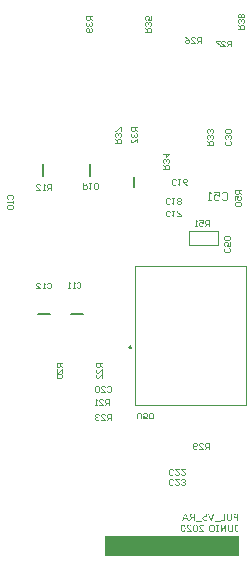
<source format=gbo>
G04 Layer_Color=32896*
%FSLAX24Y24*%
%MOIN*%
G70*
G01*
G75*
%ADD59C,0.0060*%
%ADD61C,0.0080*%
%ADD63C,0.0039*%
%ADD100R,0.4490X0.0700*%
G36*
X2564Y-6004D02*
X2535D01*
Y-5794D01*
X2423Y-6004D01*
X2384D01*
Y-5769D01*
X2413D01*
Y-5961D01*
X2515Y-5769D01*
X2564D01*
Y-6004D01*
D02*
G37*
G36*
X2804Y-5910D02*
X2804Y-5919D01*
X2804Y-5928D01*
X2802Y-5936D01*
X2801Y-5942D01*
X2801Y-5948D01*
X2800Y-5950D01*
X2800Y-5952D01*
X2799Y-5953D01*
Y-5954D01*
X2799Y-5954D01*
Y-5955D01*
X2796Y-5961D01*
X2794Y-5967D01*
X2790Y-5973D01*
X2788Y-5977D01*
X2785Y-5981D01*
X2782Y-5984D01*
X2781Y-5985D01*
X2780Y-5986D01*
X2776Y-5990D01*
X2772Y-5993D01*
X2767Y-5996D01*
X2762Y-5998D01*
X2759Y-6000D01*
X2756Y-6002D01*
X2754Y-6002D01*
X2753Y-6003D01*
X2746Y-6005D01*
X2740Y-6006D01*
X2733Y-6007D01*
X2727Y-6008D01*
X2722Y-6008D01*
X2718Y-6009D01*
X2714D01*
X2706Y-6008D01*
X2699Y-6008D01*
X2693Y-6007D01*
X2687Y-6006D01*
X2682Y-6005D01*
X2679Y-6004D01*
X2677Y-6004D01*
X2676Y-6003D01*
X2670Y-6001D01*
X2665Y-5998D01*
X2660Y-5995D01*
X2656Y-5992D01*
X2652Y-5990D01*
X2650Y-5988D01*
X2648Y-5986D01*
X2648Y-5986D01*
X2643Y-5981D01*
X2639Y-5976D01*
X2636Y-5970D01*
X2634Y-5965D01*
X2632Y-5961D01*
X2630Y-5958D01*
X2630Y-5956D01*
X2630Y-5955D01*
X2629Y-5955D01*
Y-5954D01*
X2627Y-5947D01*
X2626Y-5939D01*
X2625Y-5932D01*
X2624Y-5925D01*
X2624Y-5919D01*
X2623Y-5916D01*
Y-5914D01*
Y-5912D01*
Y-5911D01*
Y-5910D01*
Y-5910D01*
Y-5769D01*
X2655D01*
Y-5912D01*
Y-5918D01*
X2655Y-5923D01*
X2655Y-5929D01*
X2656Y-5933D01*
X2656Y-5936D01*
X2657Y-5938D01*
X2658Y-5940D01*
Y-5941D01*
X2659Y-5945D01*
X2660Y-5949D01*
X2662Y-5952D01*
X2663Y-5955D01*
X2664Y-5958D01*
X2665Y-5960D01*
X2666Y-5961D01*
X2666Y-5961D01*
X2669Y-5965D01*
X2672Y-5968D01*
X2675Y-5971D01*
X2678Y-5973D01*
X2681Y-5974D01*
X2683Y-5976D01*
X2685Y-5976D01*
X2685Y-5977D01*
X2690Y-5978D01*
X2695Y-5980D01*
X2699Y-5981D01*
X2704Y-5981D01*
X2708Y-5981D01*
X2711Y-5982D01*
X2714D01*
X2720Y-5981D01*
X2726Y-5981D01*
X2730Y-5980D01*
X2735Y-5979D01*
X2738Y-5978D01*
X2741Y-5977D01*
X2742Y-5977D01*
X2743Y-5977D01*
X2747Y-5974D01*
X2751Y-5972D01*
X2754Y-5970D01*
X2757Y-5967D01*
X2759Y-5965D01*
X2760Y-5963D01*
X2761Y-5962D01*
X2762Y-5961D01*
X2766Y-5954D01*
X2767Y-5951D01*
X2768Y-5948D01*
X2769Y-5945D01*
X2770Y-5943D01*
X2770Y-5942D01*
Y-5941D01*
X2771Y-5937D01*
X2772Y-5932D01*
X2772Y-5927D01*
X2773Y-5922D01*
X2773Y-5918D01*
Y-5914D01*
Y-5913D01*
Y-5912D01*
Y-5911D01*
Y-5911D01*
Y-5769D01*
X2804D01*
Y-5910D01*
D02*
G37*
G36*
X1346Y-5764D02*
X1353Y-5765D01*
X1359Y-5766D01*
X1365Y-5766D01*
X1369Y-5767D01*
X1373Y-5768D01*
X1374Y-5768D01*
X1376D01*
X1376Y-5769D01*
X1376D01*
X1383Y-5771D01*
X1389Y-5772D01*
X1394Y-5774D01*
X1398Y-5776D01*
X1401Y-5777D01*
X1404Y-5778D01*
X1405Y-5779D01*
X1406Y-5779D01*
Y-5812D01*
X1404D01*
X1399Y-5808D01*
X1392Y-5806D01*
X1387Y-5803D01*
X1382Y-5800D01*
X1378Y-5799D01*
X1375Y-5798D01*
X1373Y-5797D01*
X1372Y-5797D01*
X1366Y-5795D01*
X1360Y-5794D01*
X1355Y-5793D01*
X1350Y-5792D01*
X1346Y-5792D01*
X1343Y-5791D01*
X1341D01*
X1333Y-5792D01*
X1326Y-5793D01*
X1321Y-5795D01*
X1316Y-5796D01*
X1312Y-5799D01*
X1309Y-5800D01*
X1308Y-5802D01*
X1307Y-5802D01*
X1303Y-5806D01*
X1300Y-5811D01*
X1298Y-5815D01*
X1296Y-5820D01*
X1295Y-5824D01*
X1295Y-5827D01*
Y-5830D01*
Y-5830D01*
Y-5830D01*
X1295Y-5838D01*
X1297Y-5845D01*
X1298Y-5851D01*
X1300Y-5857D01*
X1302Y-5861D01*
X1304Y-5865D01*
X1305Y-5866D01*
X1306Y-5867D01*
X1306Y-5867D01*
Y-5868D01*
X1308Y-5871D01*
X1311Y-5875D01*
X1317Y-5882D01*
X1324Y-5890D01*
X1331Y-5898D01*
X1337Y-5904D01*
X1340Y-5907D01*
X1343Y-5910D01*
X1345Y-5911D01*
X1346Y-5913D01*
X1347Y-5914D01*
X1348Y-5914D01*
X1358Y-5925D01*
X1364Y-5929D01*
X1369Y-5934D01*
X1373Y-5937D01*
X1376Y-5940D01*
X1378Y-5942D01*
X1378Y-5942D01*
X1379D01*
X1385Y-5948D01*
X1391Y-5953D01*
X1396Y-5958D01*
X1401Y-5962D01*
X1405Y-5966D01*
X1409Y-5968D01*
X1411Y-5970D01*
X1411Y-5971D01*
X1412D01*
Y-6004D01*
X1253D01*
Y-5977D01*
X1379D01*
X1367Y-5967D01*
X1362Y-5962D01*
X1357Y-5957D01*
X1352Y-5954D01*
X1349Y-5951D01*
X1346Y-5949D01*
X1346Y-5948D01*
X1346D01*
X1339Y-5942D01*
X1333Y-5937D01*
X1327Y-5931D01*
X1321Y-5926D01*
X1317Y-5922D01*
X1314Y-5919D01*
X1312Y-5917D01*
X1311Y-5916D01*
X1306Y-5912D01*
X1303Y-5908D01*
X1300Y-5904D01*
X1296Y-5901D01*
X1294Y-5899D01*
X1292Y-5897D01*
X1291Y-5895D01*
X1291Y-5895D01*
X1285Y-5888D01*
X1282Y-5885D01*
X1280Y-5882D01*
X1279Y-5879D01*
X1277Y-5878D01*
X1277Y-5876D01*
X1276Y-5876D01*
X1272Y-5868D01*
X1270Y-5864D01*
X1269Y-5861D01*
X1268Y-5858D01*
X1267Y-5856D01*
X1266Y-5854D01*
Y-5854D01*
X1264Y-5845D01*
X1263Y-5841D01*
X1263Y-5837D01*
X1263Y-5834D01*
Y-5831D01*
Y-5830D01*
Y-5829D01*
X1263Y-5823D01*
X1263Y-5818D01*
X1265Y-5814D01*
X1266Y-5809D01*
X1269Y-5801D01*
X1273Y-5794D01*
X1275Y-5791D01*
X1277Y-5788D01*
X1279Y-5787D01*
X1280Y-5785D01*
X1282Y-5783D01*
X1283Y-5782D01*
X1283Y-5782D01*
X1283Y-5782D01*
X1287Y-5779D01*
X1292Y-5776D01*
X1301Y-5771D01*
X1310Y-5768D01*
X1319Y-5766D01*
X1324Y-5766D01*
X1328Y-5765D01*
X1331Y-5764D01*
X1334D01*
X1336Y-5764D01*
X1340D01*
X1346Y-5764D01*
D02*
G37*
G36*
X1750Y-5677D02*
X1543D01*
Y-5658D01*
X1750D01*
Y-5677D01*
D02*
G37*
G36*
X1758Y-5764D02*
X1764Y-5765D01*
X1771Y-5766D01*
X1776Y-5766D01*
X1781Y-5767D01*
X1784Y-5768D01*
X1786Y-5768D01*
X1787D01*
X1787Y-5769D01*
X1788D01*
X1794Y-5771D01*
X1800Y-5772D01*
X1805Y-5774D01*
X1809Y-5776D01*
X1813Y-5777D01*
X1815Y-5778D01*
X1817Y-5779D01*
X1817Y-5779D01*
Y-5812D01*
X1816D01*
X1810Y-5808D01*
X1804Y-5806D01*
X1798Y-5803D01*
X1793Y-5800D01*
X1789Y-5799D01*
X1786Y-5798D01*
X1784Y-5797D01*
X1783Y-5797D01*
X1777Y-5795D01*
X1771Y-5794D01*
X1766Y-5793D01*
X1761Y-5792D01*
X1757Y-5792D01*
X1754Y-5791D01*
X1752D01*
X1744Y-5792D01*
X1738Y-5793D01*
X1732Y-5795D01*
X1727Y-5796D01*
X1724Y-5799D01*
X1721Y-5800D01*
X1719Y-5802D01*
X1718Y-5802D01*
X1714Y-5806D01*
X1711Y-5811D01*
X1709Y-5815D01*
X1708Y-5820D01*
X1707Y-5824D01*
X1706Y-5827D01*
Y-5830D01*
Y-5830D01*
Y-5830D01*
X1706Y-5838D01*
X1708Y-5845D01*
X1710Y-5851D01*
X1712Y-5857D01*
X1714Y-5861D01*
X1716Y-5865D01*
X1716Y-5866D01*
X1717Y-5867D01*
X1717Y-5867D01*
Y-5868D01*
X1720Y-5871D01*
X1722Y-5875D01*
X1729Y-5882D01*
X1736Y-5890D01*
X1742Y-5898D01*
X1749Y-5904D01*
X1752Y-5907D01*
X1754Y-5910D01*
X1756Y-5911D01*
X1757Y-5913D01*
X1759Y-5914D01*
X1759Y-5914D01*
X1770Y-5925D01*
X1775Y-5929D01*
X1780Y-5934D01*
X1784Y-5937D01*
X1787Y-5940D01*
X1789Y-5942D01*
X1790Y-5942D01*
X1790D01*
X1796Y-5948D01*
X1802Y-5953D01*
X1808Y-5958D01*
X1813Y-5962D01*
X1817Y-5966D01*
X1820Y-5968D01*
X1822Y-5970D01*
X1823Y-5971D01*
X1823D01*
Y-6004D01*
X1664D01*
Y-5977D01*
X1791D01*
X1779Y-5967D01*
X1773Y-5962D01*
X1768Y-5957D01*
X1764Y-5954D01*
X1760Y-5951D01*
X1758Y-5949D01*
X1757Y-5948D01*
X1757D01*
X1750Y-5942D01*
X1744Y-5937D01*
X1738Y-5931D01*
X1733Y-5926D01*
X1728Y-5922D01*
X1725Y-5919D01*
X1723Y-5917D01*
X1722Y-5916D01*
X1718Y-5912D01*
X1714Y-5908D01*
X1711Y-5904D01*
X1708Y-5901D01*
X1705Y-5899D01*
X1704Y-5897D01*
X1702Y-5895D01*
X1702Y-5895D01*
X1696Y-5888D01*
X1694Y-5885D01*
X1692Y-5882D01*
X1690Y-5879D01*
X1689Y-5878D01*
X1688Y-5876D01*
X1688Y-5876D01*
X1683Y-5868D01*
X1682Y-5864D01*
X1680Y-5861D01*
X1679Y-5858D01*
X1678Y-5856D01*
X1678Y-5854D01*
Y-5854D01*
X1676Y-5845D01*
X1675Y-5841D01*
X1674Y-5837D01*
X1674Y-5834D01*
Y-5831D01*
Y-5830D01*
Y-5829D01*
X1674Y-5823D01*
X1675Y-5818D01*
X1676Y-5814D01*
X1677Y-5809D01*
X1681Y-5801D01*
X1684Y-5794D01*
X1686Y-5791D01*
X1688Y-5788D01*
X1690Y-5787D01*
X1692Y-5785D01*
X1693Y-5783D01*
X1694Y-5782D01*
X1694Y-5782D01*
X1695Y-5782D01*
X1699Y-5779D01*
X1703Y-5776D01*
X1712Y-5771D01*
X1722Y-5768D01*
X1730Y-5766D01*
X1735Y-5766D01*
X1739Y-5765D01*
X1742Y-5764D01*
X1745D01*
X1748Y-5764D01*
X1751D01*
X1758Y-5764D01*
D02*
G37*
G36*
X1548D02*
X1555Y-5766D01*
X1561Y-5767D01*
X1567Y-5769D01*
X1573Y-5771D01*
X1578Y-5774D01*
X1582Y-5776D01*
X1587Y-5779D01*
X1590Y-5782D01*
X1593Y-5785D01*
X1596Y-5787D01*
X1598Y-5790D01*
X1599Y-5791D01*
X1601Y-5793D01*
X1601Y-5794D01*
X1602Y-5794D01*
X1605Y-5800D01*
X1608Y-5807D01*
X1611Y-5814D01*
X1613Y-5821D01*
X1617Y-5836D01*
X1619Y-5852D01*
X1619Y-5859D01*
X1620Y-5865D01*
X1621Y-5871D01*
X1621Y-5877D01*
X1621Y-5881D01*
Y-5884D01*
Y-5886D01*
Y-5886D01*
Y-5887D01*
X1621Y-5898D01*
X1621Y-5909D01*
X1619Y-5918D01*
X1618Y-5928D01*
X1617Y-5936D01*
X1615Y-5943D01*
X1613Y-5950D01*
X1611Y-5956D01*
X1610Y-5961D01*
X1608Y-5966D01*
X1606Y-5970D01*
X1605Y-5973D01*
X1604Y-5976D01*
X1603Y-5977D01*
X1602Y-5978D01*
X1602Y-5979D01*
X1598Y-5984D01*
X1594Y-5989D01*
X1589Y-5993D01*
X1584Y-5996D01*
X1579Y-5999D01*
X1574Y-6001D01*
X1568Y-6003D01*
X1564Y-6005D01*
X1559Y-6006D01*
X1555Y-6007D01*
X1551Y-6008D01*
X1547Y-6008D01*
X1544D01*
X1542Y-6009D01*
X1540D01*
X1532Y-6008D01*
X1526Y-6007D01*
X1519Y-6006D01*
X1513Y-6004D01*
X1507Y-6002D01*
X1502Y-5999D01*
X1498Y-5997D01*
X1494Y-5994D01*
X1490Y-5991D01*
X1487Y-5989D01*
X1484Y-5986D01*
X1482Y-5984D01*
X1481Y-5982D01*
X1480Y-5980D01*
X1479Y-5980D01*
X1479Y-5979D01*
X1475Y-5973D01*
X1472Y-5967D01*
X1469Y-5960D01*
X1467Y-5952D01*
X1463Y-5937D01*
X1461Y-5922D01*
X1460Y-5915D01*
X1460Y-5908D01*
X1459Y-5902D01*
X1459Y-5897D01*
X1459Y-5893D01*
Y-5889D01*
Y-5887D01*
Y-5886D01*
X1459Y-5875D01*
X1459Y-5865D01*
X1460Y-5855D01*
X1461Y-5846D01*
X1463Y-5838D01*
X1465Y-5830D01*
X1467Y-5823D01*
X1468Y-5818D01*
X1470Y-5812D01*
X1472Y-5807D01*
X1473Y-5803D01*
X1475Y-5800D01*
X1476Y-5798D01*
X1477Y-5796D01*
X1478Y-5795D01*
X1478Y-5795D01*
X1482Y-5789D01*
X1487Y-5784D01*
X1491Y-5780D01*
X1496Y-5777D01*
X1501Y-5774D01*
X1506Y-5771D01*
X1512Y-5770D01*
X1516Y-5768D01*
X1521Y-5767D01*
X1526Y-5766D01*
X1530Y-5765D01*
X1533Y-5764D01*
X1536D01*
X1538Y-5764D01*
X1540D01*
X1548Y-5764D01*
D02*
G37*
G36*
X1136D02*
X1143Y-5766D01*
X1150Y-5767D01*
X1156Y-5769D01*
X1162Y-5771D01*
X1167Y-5774D01*
X1171Y-5776D01*
X1175Y-5779D01*
X1179Y-5782D01*
X1182Y-5785D01*
X1184Y-5787D01*
X1187Y-5790D01*
X1188Y-5791D01*
X1189Y-5793D01*
X1190Y-5794D01*
X1190Y-5794D01*
X1194Y-5800D01*
X1197Y-5807D01*
X1199Y-5814D01*
X1202Y-5821D01*
X1205Y-5836D01*
X1207Y-5852D01*
X1208Y-5859D01*
X1209Y-5865D01*
X1209Y-5871D01*
X1210Y-5877D01*
X1210Y-5881D01*
Y-5884D01*
Y-5886D01*
Y-5886D01*
Y-5887D01*
X1210Y-5898D01*
X1209Y-5909D01*
X1208Y-5918D01*
X1207Y-5928D01*
X1206Y-5936D01*
X1204Y-5943D01*
X1202Y-5950D01*
X1200Y-5956D01*
X1199Y-5961D01*
X1197Y-5966D01*
X1195Y-5970D01*
X1194Y-5973D01*
X1192Y-5976D01*
X1191Y-5977D01*
X1191Y-5978D01*
X1191Y-5979D01*
X1187Y-5984D01*
X1182Y-5989D01*
X1178Y-5993D01*
X1173Y-5996D01*
X1168Y-5999D01*
X1162Y-6001D01*
X1157Y-6003D01*
X1152Y-6005D01*
X1148Y-6006D01*
X1143Y-6007D01*
X1139Y-6008D01*
X1136Y-6008D01*
X1133D01*
X1131Y-6009D01*
X1129D01*
X1121Y-6008D01*
X1114Y-6007D01*
X1108Y-6006D01*
X1101Y-6004D01*
X1096Y-6002D01*
X1091Y-5999D01*
X1086Y-5997D01*
X1082Y-5994D01*
X1079Y-5991D01*
X1076Y-5989D01*
X1073Y-5986D01*
X1071Y-5984D01*
X1069Y-5982D01*
X1068Y-5980D01*
X1068Y-5980D01*
X1067Y-5979D01*
X1064Y-5973D01*
X1061Y-5967D01*
X1058Y-5960D01*
X1056Y-5952D01*
X1052Y-5937D01*
X1050Y-5922D01*
X1049Y-5915D01*
X1048Y-5908D01*
X1048Y-5902D01*
X1048Y-5897D01*
X1047Y-5893D01*
Y-5889D01*
Y-5887D01*
Y-5886D01*
X1048Y-5875D01*
X1048Y-5865D01*
X1049Y-5855D01*
X1050Y-5846D01*
X1052Y-5838D01*
X1053Y-5830D01*
X1055Y-5823D01*
X1057Y-5818D01*
X1059Y-5812D01*
X1061Y-5807D01*
X1062Y-5803D01*
X1064Y-5800D01*
X1065Y-5798D01*
X1066Y-5796D01*
X1067Y-5795D01*
X1067Y-5795D01*
X1071Y-5789D01*
X1075Y-5784D01*
X1080Y-5780D01*
X1085Y-5777D01*
X1090Y-5774D01*
X1095Y-5771D01*
X1100Y-5770D01*
X1105Y-5768D01*
X1110Y-5767D01*
X1114Y-5766D01*
X1118Y-5765D01*
X1122Y-5764D01*
X1125D01*
X1127Y-5764D01*
X1129D01*
X1136Y-5764D01*
D02*
G37*
G36*
X2099D02*
X2107Y-5766D01*
X2115Y-5767D01*
X2121Y-5768D01*
X2127Y-5770D01*
X2129Y-5771D01*
X2131Y-5771D01*
X2133Y-5772D01*
X2134Y-5772D01*
X2135Y-5772D01*
X2135D01*
X2142Y-5776D01*
X2149Y-5780D01*
X2155Y-5784D01*
X2160Y-5787D01*
X2164Y-5791D01*
X2167Y-5794D01*
X2169Y-5795D01*
X2169Y-5796D01*
X2175Y-5803D01*
X2179Y-5809D01*
X2183Y-5816D01*
X2186Y-5822D01*
X2188Y-5827D01*
X2189Y-5830D01*
X2190Y-5831D01*
X2191Y-5833D01*
X2191Y-5834D01*
X2192Y-5835D01*
Y-5835D01*
X2194Y-5844D01*
X2196Y-5853D01*
X2197Y-5862D01*
X2198Y-5870D01*
X2198Y-5873D01*
X2199Y-5877D01*
Y-5879D01*
X2199Y-5882D01*
Y-5884D01*
Y-5885D01*
Y-5886D01*
Y-5887D01*
X2199Y-5897D01*
X2198Y-5907D01*
X2196Y-5916D01*
X2195Y-5923D01*
X2195Y-5927D01*
X2194Y-5930D01*
X2193Y-5933D01*
X2192Y-5935D01*
X2192Y-5937D01*
X2192Y-5938D01*
X2191Y-5938D01*
Y-5939D01*
X2188Y-5947D01*
X2185Y-5954D01*
X2181Y-5961D01*
X2177Y-5966D01*
X2174Y-5971D01*
X2172Y-5974D01*
X2170Y-5976D01*
X2169Y-5977D01*
Y-5977D01*
X2164Y-5982D01*
X2158Y-5987D01*
X2152Y-5991D01*
X2147Y-5994D01*
X2142Y-5997D01*
X2138Y-5999D01*
X2137Y-6000D01*
X2136Y-6000D01*
X2135Y-6001D01*
X2135D01*
X2127Y-6003D01*
X2119Y-6005D01*
X2112Y-6007D01*
X2105Y-6008D01*
X2098Y-6008D01*
X2096D01*
X2094Y-6009D01*
X2090D01*
X2081Y-6008D01*
X2072Y-6008D01*
X2064Y-6006D01*
X2058Y-6005D01*
X2052Y-6003D01*
X2050Y-6002D01*
X2048Y-6002D01*
X2046Y-6001D01*
X2045Y-6001D01*
X2045Y-6001D01*
X2045D01*
X2037Y-5997D01*
X2031Y-5994D01*
X2025Y-5990D01*
X2020Y-5986D01*
X2016Y-5982D01*
X2013Y-5980D01*
X2011Y-5978D01*
X2010Y-5977D01*
X2005Y-5971D01*
X2001Y-5965D01*
X1997Y-5958D01*
X1994Y-5952D01*
X1991Y-5947D01*
X1990Y-5942D01*
X1989Y-5941D01*
X1989Y-5940D01*
X1988Y-5939D01*
Y-5939D01*
X1986Y-5930D01*
X1983Y-5921D01*
X1982Y-5912D01*
X1981Y-5904D01*
X1981Y-5900D01*
X1981Y-5897D01*
Y-5894D01*
X1980Y-5891D01*
Y-5890D01*
Y-5888D01*
Y-5887D01*
Y-5887D01*
X1981Y-5876D01*
X1981Y-5866D01*
X1983Y-5858D01*
X1984Y-5850D01*
X1985Y-5846D01*
X1986Y-5843D01*
X1986Y-5841D01*
X1987Y-5839D01*
X1987Y-5837D01*
X1988Y-5836D01*
X1988Y-5835D01*
Y-5835D01*
X1991Y-5826D01*
X1995Y-5819D01*
X1998Y-5812D01*
X2002Y-5807D01*
X2005Y-5802D01*
X2008Y-5799D01*
X2009Y-5797D01*
X2010Y-5796D01*
X2015Y-5791D01*
X2021Y-5786D01*
X2027Y-5782D01*
X2033Y-5779D01*
X2037Y-5776D01*
X2041Y-5774D01*
X2043Y-5773D01*
X2044Y-5773D01*
X2044Y-5772D01*
X2045D01*
X2052Y-5770D01*
X2060Y-5768D01*
X2068Y-5766D01*
X2075Y-5765D01*
X2081Y-5764D01*
X2083D01*
X2085Y-5764D01*
X2090D01*
X2099Y-5764D01*
D02*
G37*
G36*
X2332Y-5793D02*
X2301D01*
Y-5980D01*
X2332D01*
Y-6004D01*
X2239D01*
Y-5980D01*
X2270D01*
Y-5793D01*
X2239D01*
Y-5769D01*
X2332D01*
Y-5793D01*
D02*
G37*
G36*
X2943Y-5794D02*
X2893D01*
Y-5931D01*
Y-5936D01*
X2893Y-5940D01*
Y-5943D01*
X2893Y-5946D01*
X2894Y-5949D01*
Y-5951D01*
X2894Y-5952D01*
Y-5952D01*
X2896Y-5958D01*
X2896Y-5961D01*
X2897Y-5963D01*
X2898Y-5965D01*
X2899Y-5966D01*
X2899Y-5967D01*
X2900Y-5968D01*
X2901Y-5970D01*
X2903Y-5972D01*
X2908Y-5974D01*
X2909Y-5976D01*
X2911Y-5976D01*
X2912Y-5977D01*
X2912D01*
X2916Y-5978D01*
X2920Y-5979D01*
X2923Y-5980D01*
X2927Y-5980D01*
X2930D01*
X2933Y-5980D01*
X2935D01*
X2943Y-5980D01*
X2946Y-5980D01*
X2949Y-5979D01*
X2951Y-5979D01*
X2953Y-5978D01*
X2955Y-5978D01*
X2955D01*
X2962Y-5976D01*
X2964Y-5976D01*
X2967Y-5975D01*
X2968Y-5974D01*
X2970Y-5974D01*
X2971Y-5973D01*
X2972D01*
Y-6003D01*
X2969Y-6003D01*
X2966Y-6004D01*
X2962Y-6004D01*
X2959Y-6005D01*
X2956Y-6005D01*
X2954Y-6005D01*
X2952Y-6006D01*
X2952D01*
X2947Y-6006D01*
X2943Y-6006D01*
X2940Y-6007D01*
X2937D01*
X2934Y-6007D01*
X2931D01*
X2925Y-6007D01*
X2920Y-6006D01*
X2910Y-6005D01*
X2901Y-6002D01*
X2897Y-6001D01*
X2894Y-5999D01*
X2891Y-5997D01*
X2888Y-5996D01*
X2886Y-5994D01*
X2884Y-5993D01*
X2882Y-5992D01*
X2881Y-5992D01*
X2881Y-5991D01*
X2880D01*
X2877Y-5988D01*
X2874Y-5984D01*
X2872Y-5980D01*
X2869Y-5976D01*
X2866Y-5968D01*
X2864Y-5961D01*
X2863Y-5954D01*
X2862Y-5951D01*
X2862Y-5948D01*
X2861Y-5946D01*
Y-5945D01*
Y-5944D01*
Y-5943D01*
Y-5769D01*
X2943D01*
Y-5794D01*
D02*
G37*
G36*
X2383Y-5677D02*
X2176D01*
Y-5658D01*
X2383D01*
Y-5677D01*
D02*
G37*
G36*
X2771Y-5536D02*
X2771Y-5545D01*
X2770Y-5554D01*
X2769Y-5561D01*
X2768Y-5568D01*
X2767Y-5573D01*
X2767Y-5576D01*
X2766Y-5577D01*
X2766Y-5579D01*
Y-5580D01*
X2766Y-5580D01*
Y-5581D01*
X2763Y-5587D01*
X2761Y-5593D01*
X2757Y-5599D01*
X2754Y-5603D01*
X2751Y-5607D01*
X2749Y-5610D01*
X2748Y-5611D01*
X2747Y-5612D01*
X2743Y-5616D01*
X2738Y-5619D01*
X2734Y-5622D01*
X2729Y-5624D01*
X2726Y-5626D01*
X2722Y-5628D01*
X2721Y-5628D01*
X2720Y-5629D01*
X2713Y-5631D01*
X2707Y-5632D01*
X2700Y-5633D01*
X2694Y-5634D01*
X2689Y-5634D01*
X2684Y-5635D01*
X2681D01*
X2673Y-5634D01*
X2666Y-5634D01*
X2659Y-5633D01*
X2654Y-5632D01*
X2649Y-5631D01*
X2646Y-5630D01*
X2644Y-5630D01*
X2643Y-5629D01*
X2637Y-5627D01*
X2632Y-5624D01*
X2627Y-5621D01*
X2623Y-5618D01*
X2619Y-5616D01*
X2617Y-5614D01*
X2615Y-5612D01*
X2615Y-5612D01*
X2610Y-5607D01*
X2606Y-5602D01*
X2603Y-5596D01*
X2600Y-5591D01*
X2599Y-5587D01*
X2597Y-5584D01*
X2597Y-5582D01*
X2596Y-5581D01*
X2596Y-5581D01*
Y-5580D01*
X2594Y-5573D01*
X2593Y-5565D01*
X2592Y-5558D01*
X2591Y-5551D01*
X2591Y-5545D01*
X2590Y-5542D01*
Y-5540D01*
Y-5538D01*
Y-5537D01*
Y-5536D01*
Y-5536D01*
Y-5395D01*
X2622D01*
Y-5538D01*
Y-5544D01*
X2622Y-5549D01*
X2622Y-5555D01*
X2623Y-5559D01*
X2623Y-5562D01*
X2624Y-5564D01*
X2624Y-5566D01*
Y-5567D01*
X2626Y-5571D01*
X2627Y-5575D01*
X2628Y-5578D01*
X2630Y-5581D01*
X2631Y-5584D01*
X2632Y-5586D01*
X2633Y-5587D01*
X2633Y-5587D01*
X2636Y-5591D01*
X2639Y-5594D01*
X2642Y-5597D01*
X2645Y-5599D01*
X2648Y-5600D01*
X2650Y-5602D01*
X2652Y-5602D01*
X2652Y-5603D01*
X2657Y-5604D01*
X2662Y-5606D01*
X2666Y-5607D01*
X2671Y-5607D01*
X2675Y-5607D01*
X2678Y-5608D01*
X2681D01*
X2687Y-5607D01*
X2693Y-5607D01*
X2697Y-5606D01*
X2702Y-5605D01*
X2705Y-5604D01*
X2707Y-5603D01*
X2709Y-5603D01*
X2710Y-5603D01*
X2714Y-5600D01*
X2718Y-5598D01*
X2721Y-5596D01*
X2723Y-5593D01*
X2726Y-5591D01*
X2727Y-5589D01*
X2728Y-5588D01*
X2729Y-5587D01*
X2733Y-5580D01*
X2734Y-5577D01*
X2735Y-5574D01*
X2736Y-5571D01*
X2737Y-5569D01*
X2737Y-5568D01*
Y-5567D01*
X2738Y-5563D01*
X2739Y-5558D01*
X2739Y-5553D01*
X2739Y-5548D01*
X2740Y-5544D01*
Y-5540D01*
Y-5539D01*
Y-5538D01*
Y-5537D01*
Y-5537D01*
Y-5395D01*
X2771D01*
Y-5536D01*
D02*
G37*
G36*
X1915Y-5516D02*
X1908Y-5515D01*
X1904Y-5514D01*
X1901Y-5513D01*
X1898Y-5513D01*
X1896Y-5513D01*
X1894Y-5512D01*
X1894D01*
X1884Y-5511D01*
X1879Y-5511D01*
X1875D01*
X1872Y-5510D01*
X1861D01*
X1856Y-5511D01*
X1852Y-5511D01*
X1848Y-5511D01*
X1845Y-5512D01*
X1843Y-5512D01*
X1841Y-5513D01*
X1840D01*
X1836Y-5514D01*
X1832Y-5515D01*
X1829Y-5516D01*
X1826Y-5518D01*
X1824Y-5519D01*
X1822Y-5520D01*
X1821Y-5521D01*
X1820Y-5521D01*
X1815Y-5525D01*
X1812Y-5530D01*
X1811Y-5532D01*
X1809Y-5533D01*
X1809Y-5534D01*
Y-5535D01*
X1807Y-5538D01*
X1806Y-5541D01*
X1805Y-5545D01*
X1805Y-5548D01*
Y-5551D01*
X1804Y-5553D01*
Y-5555D01*
Y-5555D01*
Y-5560D01*
X1805Y-5564D01*
X1805Y-5568D01*
X1806Y-5571D01*
X1807Y-5573D01*
X1807Y-5575D01*
X1808Y-5577D01*
Y-5577D01*
X1811Y-5584D01*
X1813Y-5586D01*
X1815Y-5589D01*
X1816Y-5591D01*
X1817Y-5592D01*
X1818Y-5593D01*
X1819Y-5593D01*
X1822Y-5596D01*
X1825Y-5598D01*
X1828Y-5600D01*
X1831Y-5602D01*
X1834Y-5603D01*
X1836Y-5604D01*
X1837Y-5604D01*
X1837D01*
X1845Y-5606D01*
X1849Y-5607D01*
X1852Y-5607D01*
X1855Y-5607D01*
X1859D01*
X1865Y-5607D01*
X1871Y-5607D01*
X1877Y-5606D01*
X1882Y-5604D01*
X1887Y-5604D01*
X1890Y-5603D01*
X1892Y-5602D01*
X1893Y-5602D01*
X1893D01*
X1899Y-5600D01*
X1905Y-5597D01*
X1910Y-5595D01*
X1915Y-5592D01*
X1918Y-5591D01*
X1921Y-5589D01*
X1923Y-5588D01*
X1923Y-5588D01*
X1926D01*
Y-5621D01*
X1921Y-5623D01*
X1916Y-5625D01*
X1911Y-5627D01*
X1906Y-5628D01*
X1902Y-5629D01*
X1899Y-5630D01*
X1896Y-5630D01*
X1896Y-5631D01*
X1896D01*
X1889Y-5632D01*
X1882Y-5633D01*
X1876Y-5634D01*
X1871Y-5634D01*
X1866D01*
X1862Y-5635D01*
X1859D01*
X1851Y-5634D01*
X1844Y-5634D01*
X1838Y-5633D01*
X1833Y-5632D01*
X1828Y-5631D01*
X1825Y-5630D01*
X1823Y-5629D01*
X1822Y-5629D01*
X1816Y-5626D01*
X1811Y-5624D01*
X1807Y-5621D01*
X1803Y-5618D01*
X1799Y-5616D01*
X1797Y-5614D01*
X1795Y-5612D01*
X1795Y-5612D01*
X1791Y-5608D01*
X1788Y-5604D01*
X1785Y-5599D01*
X1783Y-5595D01*
X1781Y-5592D01*
X1780Y-5589D01*
X1779Y-5587D01*
X1779Y-5587D01*
X1776Y-5581D01*
X1775Y-5575D01*
X1774Y-5570D01*
X1773Y-5565D01*
X1773Y-5561D01*
X1772Y-5558D01*
Y-5556D01*
Y-5555D01*
X1773Y-5548D01*
X1773Y-5541D01*
X1775Y-5535D01*
X1776Y-5531D01*
X1777Y-5527D01*
X1779Y-5524D01*
X1779Y-5522D01*
X1780Y-5521D01*
X1783Y-5516D01*
X1785Y-5512D01*
X1789Y-5508D01*
X1792Y-5505D01*
X1795Y-5502D01*
X1797Y-5500D01*
X1799Y-5499D01*
X1799Y-5499D01*
X1804Y-5496D01*
X1808Y-5493D01*
X1813Y-5491D01*
X1817Y-5489D01*
X1821Y-5488D01*
X1823Y-5488D01*
X1825Y-5487D01*
X1826D01*
X1831Y-5486D01*
X1837Y-5485D01*
X1843Y-5484D01*
X1848Y-5484D01*
X1852Y-5484D01*
X1867D01*
X1869Y-5484D01*
X1872D01*
X1877Y-5484D01*
X1881Y-5485D01*
X1883D01*
X1884Y-5485D01*
X1885D01*
Y-5422D01*
X1774D01*
Y-5395D01*
X1915D01*
Y-5516D01*
D02*
G37*
G36*
X2087Y-5630D02*
X2045D01*
X1959Y-5395D01*
X1991D01*
X2065Y-5602D01*
X2139Y-5395D01*
X2172D01*
X2087Y-5630D01*
D02*
G37*
G36*
X2963D02*
X2931D01*
Y-5542D01*
X2900D01*
X2891Y-5542D01*
X2883Y-5541D01*
X2876Y-5540D01*
X2870Y-5539D01*
X2865Y-5538D01*
X2861Y-5537D01*
X2859Y-5537D01*
X2858Y-5536D01*
X2852Y-5534D01*
X2847Y-5531D01*
X2842Y-5528D01*
X2838Y-5525D01*
X2834Y-5522D01*
X2832Y-5520D01*
X2830Y-5519D01*
X2829Y-5518D01*
X2826Y-5515D01*
X2823Y-5511D01*
X2820Y-5507D01*
X2818Y-5503D01*
X2816Y-5500D01*
X2815Y-5497D01*
X2814Y-5496D01*
X2814Y-5495D01*
X2812Y-5490D01*
X2811Y-5485D01*
X2810Y-5480D01*
X2809Y-5476D01*
X2809Y-5472D01*
X2809Y-5469D01*
Y-5467D01*
Y-5466D01*
X2809Y-5459D01*
X2810Y-5452D01*
X2811Y-5446D01*
X2812Y-5441D01*
X2814Y-5437D01*
X2815Y-5434D01*
X2816Y-5433D01*
X2816Y-5432D01*
X2819Y-5428D01*
X2822Y-5423D01*
X2826Y-5419D01*
X2829Y-5416D01*
X2832Y-5413D01*
X2835Y-5411D01*
X2836Y-5410D01*
X2837Y-5410D01*
X2841Y-5407D01*
X2846Y-5405D01*
X2850Y-5403D01*
X2854Y-5401D01*
X2858Y-5400D01*
X2861Y-5399D01*
X2862Y-5398D01*
X2863D01*
X2869Y-5397D01*
X2875Y-5396D01*
X2881Y-5396D01*
X2887Y-5395D01*
X2892Y-5395D01*
X2963D01*
Y-5630D01*
D02*
G37*
G36*
X1315D02*
X1283D01*
X1260Y-5564D01*
X1158D01*
X1135Y-5630D01*
X1101D01*
X1187Y-5395D01*
X1229D01*
X1315Y-5630D01*
D02*
G37*
G36*
X1512D02*
X1481D01*
Y-5536D01*
X1437D01*
X1358Y-5630D01*
X1317D01*
X1406Y-5527D01*
X1398Y-5524D01*
X1391Y-5520D01*
X1385Y-5515D01*
X1380Y-5511D01*
X1376Y-5507D01*
X1373Y-5504D01*
X1372Y-5502D01*
X1371Y-5502D01*
Y-5501D01*
X1366Y-5495D01*
X1363Y-5488D01*
X1361Y-5480D01*
X1359Y-5474D01*
X1358Y-5468D01*
X1358Y-5465D01*
Y-5463D01*
X1358Y-5461D01*
Y-5460D01*
Y-5459D01*
Y-5459D01*
X1358Y-5452D01*
X1359Y-5446D01*
X1360Y-5441D01*
X1361Y-5436D01*
X1363Y-5433D01*
X1364Y-5430D01*
X1365Y-5429D01*
X1365Y-5428D01*
X1368Y-5424D01*
X1371Y-5420D01*
X1374Y-5416D01*
X1378Y-5413D01*
X1381Y-5411D01*
X1383Y-5409D01*
X1384Y-5408D01*
X1385Y-5408D01*
X1389Y-5405D01*
X1394Y-5403D01*
X1398Y-5401D01*
X1402Y-5400D01*
X1406Y-5399D01*
X1408Y-5398D01*
X1410Y-5398D01*
X1411D01*
X1416Y-5397D01*
X1423Y-5396D01*
X1428Y-5396D01*
X1434Y-5395D01*
X1439Y-5395D01*
X1512D01*
Y-5630D01*
D02*
G37*
G36*
X2531D02*
X2382D01*
Y-5602D01*
X2499D01*
Y-5395D01*
X2531D01*
Y-5630D01*
D02*
G37*
%LPC*%
G36*
X2931Y-5422D02*
X2895D01*
X2890Y-5422D01*
X2886Y-5422D01*
X2883Y-5423D01*
X2880Y-5423D01*
X2878Y-5424D01*
X2876Y-5424D01*
X2876D01*
X2869Y-5426D01*
X2866Y-5427D01*
X2864Y-5428D01*
X2861Y-5429D01*
X2860Y-5430D01*
X2859Y-5431D01*
X2858Y-5431D01*
X2856Y-5433D01*
X2853Y-5436D01*
X2850Y-5438D01*
X2849Y-5441D01*
X2847Y-5442D01*
X2846Y-5444D01*
X2846Y-5445D01*
X2845Y-5446D01*
X2844Y-5449D01*
X2843Y-5453D01*
X2842Y-5456D01*
X2841Y-5460D01*
Y-5462D01*
X2841Y-5465D01*
Y-5466D01*
Y-5467D01*
X2841Y-5474D01*
X2842Y-5477D01*
X2842Y-5480D01*
X2843Y-5482D01*
X2844Y-5484D01*
X2844Y-5485D01*
Y-5485D01*
X2846Y-5488D01*
X2847Y-5492D01*
X2849Y-5494D01*
X2850Y-5497D01*
X2852Y-5499D01*
X2854Y-5500D01*
X2854Y-5501D01*
X2855Y-5501D01*
X2858Y-5504D01*
X2861Y-5506D01*
X2867Y-5509D01*
X2870Y-5511D01*
X2872Y-5511D01*
X2874Y-5512D01*
X2874D01*
X2879Y-5513D01*
X2884Y-5514D01*
X2889Y-5515D01*
X2894Y-5515D01*
X2899D01*
X2902Y-5515D01*
X2931D01*
Y-5422D01*
D02*
G37*
G36*
X1481D02*
X1439D01*
X1435Y-5422D01*
X1432Y-5422D01*
X1428D01*
X1426Y-5423D01*
X1424Y-5423D01*
X1423Y-5424D01*
X1422D01*
X1416Y-5425D01*
X1413Y-5426D01*
X1410Y-5428D01*
X1408Y-5429D01*
X1407Y-5429D01*
X1406Y-5430D01*
X1406Y-5430D01*
X1403Y-5432D01*
X1400Y-5434D01*
X1398Y-5437D01*
X1397Y-5439D01*
X1395Y-5441D01*
X1394Y-5442D01*
X1394Y-5443D01*
Y-5443D01*
X1392Y-5449D01*
X1390Y-5455D01*
X1390Y-5457D01*
Y-5459D01*
Y-5461D01*
Y-5461D01*
Y-5466D01*
X1391Y-5470D01*
X1391Y-5474D01*
X1392Y-5477D01*
X1393Y-5479D01*
X1393Y-5481D01*
X1394Y-5483D01*
Y-5483D01*
X1395Y-5486D01*
X1397Y-5489D01*
X1398Y-5492D01*
X1400Y-5494D01*
X1402Y-5496D01*
X1403Y-5497D01*
X1404Y-5498D01*
X1404Y-5498D01*
X1407Y-5501D01*
X1410Y-5503D01*
X1414Y-5504D01*
X1417Y-5505D01*
X1419Y-5507D01*
X1421Y-5507D01*
X1423Y-5508D01*
X1423D01*
X1428Y-5508D01*
X1432Y-5509D01*
X1436Y-5509D01*
X1440Y-5510D01*
X1444Y-5510D01*
X1481D01*
Y-5422D01*
D02*
G37*
G36*
X1209Y-5422D02*
X1168Y-5537D01*
X1250D01*
X1209Y-5422D01*
D02*
G37*
G36*
X2093Y-5791D02*
X2090D01*
X2083Y-5791D01*
X2077Y-5792D01*
X2071Y-5793D01*
X2066Y-5795D01*
X2061Y-5797D01*
X2056Y-5799D01*
X2052Y-5801D01*
X2048Y-5803D01*
X2045Y-5806D01*
X2042Y-5808D01*
X2039Y-5810D01*
X2037Y-5812D01*
X2035Y-5814D01*
X2034Y-5815D01*
X2034Y-5816D01*
X2033Y-5816D01*
X2030Y-5821D01*
X2026Y-5826D01*
X2024Y-5832D01*
X2021Y-5838D01*
X2019Y-5843D01*
X2018Y-5849D01*
X2015Y-5861D01*
X2014Y-5866D01*
X2014Y-5871D01*
X2013Y-5875D01*
X2013Y-5879D01*
X2013Y-5882D01*
Y-5885D01*
Y-5886D01*
Y-5887D01*
X2013Y-5895D01*
X2013Y-5903D01*
X2014Y-5910D01*
X2016Y-5917D01*
X2017Y-5923D01*
X2019Y-5929D01*
X2021Y-5935D01*
X2023Y-5940D01*
X2025Y-5944D01*
X2027Y-5947D01*
X2029Y-5950D01*
X2030Y-5953D01*
X2032Y-5955D01*
X2033Y-5956D01*
X2033Y-5957D01*
X2034Y-5957D01*
X2038Y-5962D01*
X2042Y-5965D01*
X2046Y-5969D01*
X2051Y-5972D01*
X2056Y-5974D01*
X2061Y-5976D01*
X2069Y-5979D01*
X2074Y-5980D01*
X2077Y-5980D01*
X2081Y-5981D01*
X2084Y-5981D01*
X2086Y-5982D01*
X2090D01*
X2096Y-5981D01*
X2102Y-5981D01*
X2108Y-5980D01*
X2113Y-5978D01*
X2118Y-5976D01*
X2123Y-5974D01*
X2127Y-5972D01*
X2131Y-5969D01*
X2134Y-5967D01*
X2137Y-5965D01*
X2140Y-5963D01*
X2142Y-5961D01*
X2144Y-5960D01*
X2145Y-5958D01*
X2145Y-5958D01*
X2146Y-5957D01*
X2149Y-5953D01*
X2153Y-5947D01*
X2155Y-5942D01*
X2158Y-5936D01*
X2160Y-5930D01*
X2161Y-5924D01*
X2164Y-5913D01*
X2165Y-5907D01*
X2165Y-5903D01*
X2166Y-5898D01*
X2166Y-5894D01*
X2167Y-5891D01*
Y-5889D01*
Y-5887D01*
Y-5887D01*
X2166Y-5878D01*
X2166Y-5870D01*
X2165Y-5863D01*
X2163Y-5856D01*
X2162Y-5850D01*
X2160Y-5844D01*
X2158Y-5839D01*
X2156Y-5834D01*
X2155Y-5830D01*
X2153Y-5826D01*
X2151Y-5823D01*
X2149Y-5821D01*
X2148Y-5819D01*
X2147Y-5817D01*
X2147Y-5816D01*
X2146Y-5816D01*
X2142Y-5812D01*
X2138Y-5808D01*
X2133Y-5804D01*
X2129Y-5802D01*
X2124Y-5799D01*
X2119Y-5797D01*
X2115Y-5795D01*
X2110Y-5794D01*
X2106Y-5793D01*
X2102Y-5792D01*
X2099Y-5792D01*
X2096Y-5791D01*
X2093Y-5791D01*
D02*
G37*
G36*
X1543Y-5790D02*
X1540D01*
X1535Y-5791D01*
X1530Y-5791D01*
X1526Y-5792D01*
X1522Y-5793D01*
X1519Y-5795D01*
X1518Y-5795D01*
X1516Y-5796D01*
X1516Y-5796D01*
X1512Y-5799D01*
X1509Y-5802D01*
X1507Y-5805D01*
X1504Y-5808D01*
X1503Y-5811D01*
X1502Y-5813D01*
X1501Y-5814D01*
X1500Y-5815D01*
X1498Y-5820D01*
X1497Y-5825D01*
X1495Y-5830D01*
X1494Y-5834D01*
X1494Y-5839D01*
X1493Y-5842D01*
X1493Y-5844D01*
Y-5845D01*
Y-5845D01*
X1492Y-5852D01*
X1491Y-5859D01*
X1491Y-5866D01*
Y-5872D01*
X1491Y-5878D01*
Y-5880D01*
Y-5882D01*
Y-5884D01*
Y-5885D01*
Y-5886D01*
Y-5886D01*
Y-5895D01*
X1491Y-5903D01*
X1491Y-5910D01*
X1492Y-5916D01*
X1492Y-5921D01*
X1492Y-5925D01*
Y-5926D01*
X1493Y-5927D01*
Y-5928D01*
Y-5928D01*
X1494Y-5934D01*
X1495Y-5940D01*
X1496Y-5945D01*
X1497Y-5949D01*
X1499Y-5953D01*
X1499Y-5956D01*
X1500Y-5957D01*
X1500Y-5958D01*
X1503Y-5962D01*
X1505Y-5966D01*
X1507Y-5969D01*
X1510Y-5972D01*
X1512Y-5974D01*
X1514Y-5976D01*
X1515Y-5976D01*
X1515Y-5977D01*
X1519Y-5978D01*
X1523Y-5980D01*
X1527Y-5981D01*
X1531Y-5982D01*
X1535Y-5982D01*
X1538Y-5982D01*
X1540D01*
X1546Y-5982D01*
X1551Y-5981D01*
X1555Y-5981D01*
X1559Y-5979D01*
X1562Y-5978D01*
X1564Y-5977D01*
X1565Y-5977D01*
X1566Y-5976D01*
X1569Y-5974D01*
X1572Y-5970D01*
X1574Y-5968D01*
X1576Y-5964D01*
X1578Y-5962D01*
X1579Y-5960D01*
X1580Y-5958D01*
X1580Y-5957D01*
X1582Y-5952D01*
X1584Y-5947D01*
X1585Y-5942D01*
X1586Y-5938D01*
X1587Y-5934D01*
X1587Y-5931D01*
X1588Y-5929D01*
Y-5928D01*
X1588Y-5921D01*
X1589Y-5914D01*
X1589Y-5907D01*
Y-5901D01*
X1589Y-5895D01*
Y-5893D01*
Y-5891D01*
Y-5889D01*
Y-5888D01*
Y-5887D01*
Y-5887D01*
Y-5878D01*
X1589Y-5871D01*
X1589Y-5864D01*
X1588Y-5858D01*
Y-5853D01*
X1588Y-5849D01*
X1587Y-5847D01*
Y-5846D01*
Y-5846D01*
Y-5846D01*
X1587Y-5839D01*
X1586Y-5833D01*
X1584Y-5828D01*
X1583Y-5823D01*
X1582Y-5820D01*
X1581Y-5817D01*
X1581Y-5815D01*
X1580Y-5815D01*
X1578Y-5811D01*
X1575Y-5807D01*
X1573Y-5804D01*
X1570Y-5801D01*
X1568Y-5799D01*
X1566Y-5798D01*
X1565Y-5797D01*
X1565Y-5796D01*
X1561Y-5794D01*
X1557Y-5793D01*
X1553Y-5792D01*
X1549Y-5791D01*
X1545Y-5791D01*
X1543Y-5790D01*
D02*
G37*
G36*
X1131D02*
X1129D01*
X1123Y-5791D01*
X1119Y-5791D01*
X1115Y-5792D01*
X1111Y-5793D01*
X1108Y-5795D01*
X1106Y-5795D01*
X1105Y-5796D01*
X1104Y-5796D01*
X1101Y-5799D01*
X1098Y-5802D01*
X1095Y-5805D01*
X1093Y-5808D01*
X1091Y-5811D01*
X1090Y-5813D01*
X1089Y-5814D01*
X1089Y-5815D01*
X1087Y-5820D01*
X1085Y-5825D01*
X1084Y-5830D01*
X1083Y-5834D01*
X1082Y-5839D01*
X1082Y-5842D01*
X1081Y-5844D01*
Y-5845D01*
Y-5845D01*
X1081Y-5852D01*
X1080Y-5859D01*
X1080Y-5866D01*
Y-5872D01*
X1079Y-5878D01*
Y-5880D01*
Y-5882D01*
Y-5884D01*
Y-5885D01*
Y-5886D01*
Y-5886D01*
Y-5895D01*
X1080Y-5903D01*
X1080Y-5910D01*
X1080Y-5916D01*
X1081Y-5921D01*
X1081Y-5925D01*
Y-5926D01*
X1081Y-5927D01*
Y-5928D01*
Y-5928D01*
X1082Y-5934D01*
X1083Y-5940D01*
X1085Y-5945D01*
X1086Y-5949D01*
X1087Y-5953D01*
X1088Y-5956D01*
X1089Y-5957D01*
X1089Y-5958D01*
X1091Y-5962D01*
X1093Y-5966D01*
X1096Y-5969D01*
X1099Y-5972D01*
X1101Y-5974D01*
X1103Y-5976D01*
X1104Y-5976D01*
X1104Y-5977D01*
X1108Y-5978D01*
X1112Y-5980D01*
X1116Y-5981D01*
X1120Y-5982D01*
X1124Y-5982D01*
X1126Y-5982D01*
X1129D01*
X1134Y-5982D01*
X1139Y-5981D01*
X1144Y-5981D01*
X1147Y-5979D01*
X1150Y-5978D01*
X1152Y-5977D01*
X1154Y-5977D01*
X1154Y-5976D01*
X1158Y-5974D01*
X1160Y-5970D01*
X1163Y-5968D01*
X1165Y-5964D01*
X1167Y-5962D01*
X1168Y-5960D01*
X1168Y-5958D01*
X1169Y-5957D01*
X1171Y-5952D01*
X1172Y-5947D01*
X1174Y-5942D01*
X1175Y-5938D01*
X1176Y-5934D01*
X1176Y-5931D01*
X1176Y-5929D01*
Y-5928D01*
X1177Y-5921D01*
X1177Y-5914D01*
X1178Y-5907D01*
Y-5901D01*
X1178Y-5895D01*
Y-5893D01*
Y-5891D01*
Y-5889D01*
Y-5888D01*
Y-5887D01*
Y-5887D01*
Y-5878D01*
X1178Y-5871D01*
X1177Y-5864D01*
X1177Y-5858D01*
Y-5853D01*
X1176Y-5849D01*
X1176Y-5847D01*
Y-5846D01*
Y-5846D01*
Y-5846D01*
X1175Y-5839D01*
X1174Y-5833D01*
X1173Y-5828D01*
X1172Y-5823D01*
X1171Y-5820D01*
X1170Y-5817D01*
X1169Y-5815D01*
X1169Y-5815D01*
X1167Y-5811D01*
X1164Y-5807D01*
X1162Y-5804D01*
X1159Y-5801D01*
X1157Y-5799D01*
X1155Y-5798D01*
X1154Y-5797D01*
X1154Y-5796D01*
X1150Y-5794D01*
X1146Y-5793D01*
X1142Y-5792D01*
X1138Y-5791D01*
X1134Y-5791D01*
X1131Y-5790D01*
D02*
G37*
%LPD*%
D59*
X-3724Y1260D02*
X-3324D01*
X-2592Y1270D02*
X-2192D01*
X-3543Y5863D02*
Y6263D01*
X-1978Y5863D02*
Y6263D01*
X-496Y5489D02*
Y5832D01*
D61*
X-591Y138D02*
G03*
X-592Y127I-39J0D01*
G01*
D63*
X-476Y2851D02*
X-472Y-1791D01*
X-476Y2851D02*
X3228Y2855D01*
Y-1791D02*
Y2855D01*
X-472Y-1791D02*
X3228D01*
X1335Y4036D02*
X2285D01*
Y3564D02*
Y4036D01*
X1335Y3564D02*
X2285D01*
X1335D02*
Y4036D01*
X2420Y5288D02*
X2466Y5334D01*
X2558D01*
X2604Y5288D01*
Y5104D01*
X2558Y5058D01*
X2466D01*
X2420Y5104D01*
X2145Y5334D02*
X2328D01*
Y5196D01*
X2237Y5242D01*
X2191D01*
X2145Y5196D01*
Y5104D01*
X2191Y5058D01*
X2282D01*
X2328Y5104D01*
X2053Y5058D02*
X1961D01*
X2007D01*
Y5334D01*
X2053Y5288D01*
X-404Y-2224D02*
Y-2060D01*
X-371Y-2028D01*
X-305D01*
X-272Y-2060D01*
Y-2224D01*
X-76D02*
X-207D01*
Y-2126D01*
X-141Y-2159D01*
X-108D01*
X-76Y-2126D01*
Y-2060D01*
X-108Y-2028D01*
X-174D01*
X-207Y-2060D01*
X-10Y-2192D02*
X23Y-2224D01*
X88D01*
X121Y-2192D01*
Y-2060D01*
X88Y-2028D01*
X23D01*
X-10Y-2060D01*
Y-2192D01*
X1988Y4193D02*
Y4390D01*
X1890D01*
X1857Y4357D01*
Y4291D01*
X1890Y4259D01*
X1988D01*
X1923D02*
X1857Y4193D01*
X1660Y4390D02*
X1791D01*
Y4291D01*
X1726Y4324D01*
X1693D01*
X1660Y4291D01*
Y4226D01*
X1693Y4193D01*
X1759D01*
X1791Y4226D01*
X1595Y4193D02*
X1529D01*
X1562D01*
Y4390D01*
X1595Y4357D01*
X3071Y5394D02*
X2874D01*
Y5295D01*
X2907Y5263D01*
X2972D01*
X3005Y5295D01*
Y5394D01*
Y5328D02*
X3071Y5263D01*
X2874Y5066D02*
Y5197D01*
X2972D01*
X2940Y5131D01*
Y5099D01*
X2972Y5066D01*
X3038D01*
X3071Y5099D01*
Y5164D01*
X3038Y5197D01*
X2907Y5000D02*
X2874Y4967D01*
Y4902D01*
X2907Y4869D01*
X3038D01*
X3071Y4902D01*
Y4967D01*
X3038Y5000D01*
X2907D01*
X-1919Y11181D02*
X-2116D01*
Y11083D01*
X-2083Y11050D01*
X-2018D01*
X-1985Y11083D01*
Y11181D01*
Y11116D02*
X-1919Y11050D01*
X-2083Y10984D02*
X-2116Y10952D01*
Y10886D01*
X-2083Y10853D01*
X-2050D01*
X-2018Y10886D01*
Y10919D01*
Y10886D01*
X-1985Y10853D01*
X-1952D01*
X-1919Y10886D01*
Y10952D01*
X-1952Y10984D01*
Y10788D02*
X-1919Y10755D01*
Y10689D01*
X-1952Y10656D01*
X-2083D01*
X-2116Y10689D01*
Y10755D01*
X-2083Y10788D01*
X-2050D01*
X-2018Y10755D01*
Y10656D01*
X2972Y10748D02*
X3169D01*
Y10846D01*
X3136Y10879D01*
X3071D01*
X3038Y10846D01*
Y10748D01*
Y10814D02*
X2972Y10879D01*
X3136Y10945D02*
X3169Y10978D01*
Y11043D01*
X3136Y11076D01*
X3104D01*
X3071Y11043D01*
Y11010D01*
Y11043D01*
X3038Y11076D01*
X3005D01*
X2972Y11043D01*
Y10978D01*
X3005Y10945D01*
X3136Y11142D02*
X3169Y11174D01*
Y11240D01*
X3136Y11273D01*
X3104D01*
X3071Y11240D01*
X3038Y11273D01*
X3005D01*
X2972Y11240D01*
Y11174D01*
X3005Y11142D01*
X3038D01*
X3071Y11174D01*
X3104Y11142D01*
X3136D01*
X3071Y11174D02*
Y11240D01*
X-1132Y6959D02*
X-935D01*
Y7057D01*
X-968Y7090D01*
X-1033D01*
X-1066Y7057D01*
Y6959D01*
Y7024D02*
X-1132Y7090D01*
X-968Y7155D02*
X-935Y7188D01*
Y7254D01*
X-968Y7287D01*
X-1001D01*
X-1033Y7254D01*
Y7221D01*
Y7254D01*
X-1066Y7287D01*
X-1099D01*
X-1132Y7254D01*
Y7188D01*
X-1099Y7155D01*
X-935Y7352D02*
Y7483D01*
X-968D01*
X-1099Y7352D01*
X-1132D01*
X-128Y10659D02*
X69D01*
Y10758D01*
X36Y10791D01*
X-30D01*
X-62Y10758D01*
Y10659D01*
Y10725D02*
X-128Y10791D01*
X36Y10856D02*
X69Y10889D01*
Y10955D01*
X36Y10987D01*
X3D01*
X-30Y10955D01*
Y10922D01*
Y10955D01*
X-62Y10987D01*
X-95D01*
X-128Y10955D01*
Y10889D01*
X-95Y10856D01*
X69Y11184D02*
Y11053D01*
X-30D01*
X3Y11119D01*
Y11151D01*
X-30Y11184D01*
X-95D01*
X-128Y11151D01*
Y11086D01*
X-95Y11053D01*
X463Y6083D02*
X659D01*
Y6181D01*
X627Y6214D01*
X561D01*
X528Y6181D01*
Y6083D01*
Y6148D02*
X463Y6214D01*
X627Y6279D02*
X659Y6312D01*
Y6378D01*
X627Y6411D01*
X594D01*
X561Y6378D01*
Y6345D01*
Y6378D01*
X528Y6411D01*
X495D01*
X463Y6378D01*
Y6312D01*
X495Y6279D01*
X463Y6575D02*
X659D01*
X561Y6476D01*
Y6607D01*
X1928Y6900D02*
X2124D01*
Y6998D01*
X2092Y7031D01*
X2026D01*
X1993Y6998D01*
Y6900D01*
Y6965D02*
X1928Y7031D01*
X2092Y7096D02*
X2124Y7129D01*
Y7195D01*
X2092Y7228D01*
X2059D01*
X2026Y7195D01*
Y7162D01*
Y7195D01*
X1993Y7228D01*
X1960D01*
X1928Y7195D01*
Y7129D01*
X1960Y7096D01*
X2092Y7293D02*
X2124Y7326D01*
Y7392D01*
X2092Y7424D01*
X2059D01*
X2026Y7392D01*
Y7359D01*
Y7392D01*
X1993Y7424D01*
X1960D01*
X1928Y7392D01*
Y7326D01*
X1960Y7293D01*
X-423Y7500D02*
X-620D01*
Y7402D01*
X-587Y7369D01*
X-522D01*
X-489Y7402D01*
Y7500D01*
Y7434D02*
X-423Y7369D01*
X-587Y7303D02*
X-620Y7270D01*
Y7205D01*
X-587Y7172D01*
X-554D01*
X-522Y7205D01*
Y7238D01*
Y7205D01*
X-489Y7172D01*
X-456D01*
X-423Y7205D01*
Y7270D01*
X-456Y7303D01*
X-423Y6975D02*
Y7106D01*
X-554Y6975D01*
X-587D01*
X-620Y7008D01*
Y7074D01*
X-587Y7106D01*
X1998Y-3238D02*
Y-3041D01*
X1900D01*
X1867Y-3074D01*
Y-3140D01*
X1900Y-3173D01*
X1998D01*
X1932D02*
X1867Y-3238D01*
X1670D02*
X1801D01*
X1670Y-3107D01*
Y-3074D01*
X1703Y-3041D01*
X1768D01*
X1801Y-3074D01*
X1604Y-3205D02*
X1572Y-3238D01*
X1506D01*
X1473Y-3205D01*
Y-3074D01*
X1506Y-3041D01*
X1572D01*
X1604Y-3074D01*
Y-3107D01*
X1572Y-3140D01*
X1473D01*
X2736Y10177D02*
Y10374D01*
X2638D01*
X2605Y10341D01*
Y10276D01*
X2638Y10243D01*
X2736D01*
X2671D02*
X2605Y10177D01*
X2408D02*
X2539D01*
X2408Y10308D01*
Y10341D01*
X2441Y10374D01*
X2507D01*
X2539Y10341D01*
X2343Y10374D02*
X2211D01*
Y10341D01*
X2343Y10210D01*
Y10177D01*
X1713Y10305D02*
Y10502D01*
X1614D01*
X1581Y10469D01*
Y10404D01*
X1614Y10371D01*
X1713D01*
X1647D02*
X1581Y10305D01*
X1385D02*
X1516D01*
X1385Y10436D01*
Y10469D01*
X1417Y10502D01*
X1483D01*
X1516Y10469D01*
X1188Y10502D02*
X1253Y10469D01*
X1319Y10404D01*
Y10338D01*
X1286Y10305D01*
X1221D01*
X1188Y10338D01*
Y10371D01*
X1221Y10404D01*
X1319D01*
X-1270Y-2283D02*
Y-2087D01*
X-1368D01*
X-1401Y-2119D01*
Y-2185D01*
X-1368Y-2218D01*
X-1270D01*
X-1335D02*
X-1401Y-2283D01*
X-1598D02*
X-1466D01*
X-1598Y-2152D01*
Y-2119D01*
X-1565Y-2087D01*
X-1499D01*
X-1466Y-2119D01*
X-1663D02*
X-1696Y-2087D01*
X-1762D01*
X-1794Y-2119D01*
Y-2152D01*
X-1762Y-2185D01*
X-1729D01*
X-1762D01*
X-1794Y-2218D01*
Y-2251D01*
X-1762Y-2283D01*
X-1696D01*
X-1663Y-2251D01*
X-1575Y-364D02*
X-1772D01*
Y-463D01*
X-1739Y-495D01*
X-1673D01*
X-1640Y-463D01*
Y-364D01*
Y-430D02*
X-1575Y-495D01*
Y-692D02*
Y-561D01*
X-1706Y-692D01*
X-1739D01*
X-1772Y-659D01*
Y-594D01*
X-1739Y-561D01*
X-1575Y-889D02*
Y-758D01*
X-1706Y-889D01*
X-1739D01*
X-1772Y-856D01*
Y-791D01*
X-1739Y-758D01*
X-1335Y-1781D02*
Y-1585D01*
X-1434D01*
X-1466Y-1618D01*
Y-1683D01*
X-1434Y-1716D01*
X-1335D01*
X-1401D02*
X-1466Y-1781D01*
X-1663D02*
X-1532D01*
X-1663Y-1650D01*
Y-1618D01*
X-1630Y-1585D01*
X-1565D01*
X-1532Y-1618D01*
X-1729Y-1781D02*
X-1794D01*
X-1762D01*
Y-1585D01*
X-1729Y-1618D01*
X-2894Y-364D02*
X-3090D01*
Y-463D01*
X-3058Y-495D01*
X-2992D01*
X-2959Y-463D01*
Y-364D01*
Y-430D02*
X-2894Y-495D01*
Y-692D02*
Y-561D01*
X-3025Y-692D01*
X-3058D01*
X-3090Y-659D01*
Y-594D01*
X-3058Y-561D01*
Y-758D02*
X-3090Y-791D01*
Y-856D01*
X-3058Y-889D01*
X-2927D01*
X-2894Y-856D01*
Y-791D01*
X-2927Y-758D01*
X-3058D01*
X-3287Y5384D02*
Y5581D01*
X-3386D01*
X-3419Y5548D01*
Y5482D01*
X-3386Y5449D01*
X-3287D01*
X-3353D02*
X-3419Y5384D01*
X-3484D02*
X-3550D01*
X-3517D01*
Y5581D01*
X-3484Y5548D01*
X-3779Y5384D02*
X-3648D01*
X-3779Y5515D01*
Y5548D01*
X-3747Y5581D01*
X-3681D01*
X-3648Y5548D01*
X-2205Y5610D02*
Y5413D01*
X-2106D01*
X-2074Y5446D01*
Y5512D01*
X-2106Y5545D01*
X-2205D01*
X-2139D02*
X-2074Y5610D01*
X-2008D02*
X-1942D01*
X-1975D01*
Y5413D01*
X-2008Y5446D01*
X-1844D02*
X-1811Y5413D01*
X-1746D01*
X-1713Y5446D01*
Y5577D01*
X-1746Y5610D01*
X-1811D01*
X-1844Y5577D01*
Y5446D01*
X2654Y3468D02*
X2687Y3435D01*
Y3369D01*
X2654Y3337D01*
X2523D01*
X2490Y3369D01*
Y3435D01*
X2523Y3468D01*
X2687Y3665D02*
Y3533D01*
X2589D01*
X2621Y3599D01*
Y3632D01*
X2589Y3665D01*
X2523D01*
X2490Y3632D01*
Y3566D01*
X2523Y3533D01*
X2654Y3730D02*
X2687Y3763D01*
Y3829D01*
X2654Y3861D01*
X2523D01*
X2490Y3829D01*
Y3763D01*
X2523Y3730D01*
X2654D01*
X2684Y7031D02*
X2716Y6998D01*
Y6932D01*
X2684Y6900D01*
X2552D01*
X2520Y6932D01*
Y6998D01*
X2552Y7031D01*
X2684Y7096D02*
X2716Y7129D01*
Y7195D01*
X2684Y7228D01*
X2651D01*
X2618Y7195D01*
Y7162D01*
Y7195D01*
X2585Y7228D01*
X2552D01*
X2520Y7195D01*
Y7129D01*
X2552Y7096D01*
X2684Y7293D02*
X2716Y7326D01*
Y7392D01*
X2684Y7424D01*
X2552D01*
X2520Y7392D01*
Y7326D01*
X2552Y7293D01*
X2684D01*
X800Y-4416D02*
X768Y-4449D01*
X702D01*
X669Y-4416D01*
Y-4285D01*
X702Y-4252D01*
X768D01*
X800Y-4285D01*
X997Y-4252D02*
X866D01*
X997Y-4383D01*
Y-4416D01*
X964Y-4449D01*
X899D01*
X866Y-4416D01*
X1063D02*
X1096Y-4449D01*
X1161D01*
X1194Y-4416D01*
Y-4383D01*
X1161Y-4350D01*
X1128D01*
X1161D01*
X1194Y-4318D01*
Y-4285D01*
X1161Y-4252D01*
X1096D01*
X1063Y-4285D01*
X800Y-4062D02*
X768Y-4094D01*
X702D01*
X669Y-4062D01*
Y-3930D01*
X702Y-3898D01*
X768D01*
X800Y-3930D01*
X997Y-3898D02*
X866D01*
X997Y-4029D01*
Y-4062D01*
X964Y-4094D01*
X899D01*
X866Y-4062D01*
X1194Y-3898D02*
X1063D01*
X1194Y-4029D01*
Y-4062D01*
X1161Y-4094D01*
X1096D01*
X1063Y-4062D01*
X-1401Y-1165D02*
X-1368Y-1132D01*
X-1302D01*
X-1270Y-1165D01*
Y-1296D01*
X-1302Y-1329D01*
X-1368D01*
X-1401Y-1296D01*
X-1598Y-1329D02*
X-1466D01*
X-1598Y-1198D01*
Y-1165D01*
X-1565Y-1132D01*
X-1499D01*
X-1466Y-1165D01*
X-1663D02*
X-1696Y-1132D01*
X-1762D01*
X-1794Y-1165D01*
Y-1296D01*
X-1762Y-1329D01*
X-1696D01*
X-1663Y-1296D01*
Y-1165D01*
X703Y4956D02*
X670Y4923D01*
X605D01*
X572Y4956D01*
Y5087D01*
X605Y5120D01*
X670D01*
X703Y5087D01*
X769Y5120D02*
X834D01*
X802D01*
Y4923D01*
X769Y4956D01*
X933D02*
X966Y4923D01*
X1031D01*
X1064Y4956D01*
Y4988D01*
X1031Y5021D01*
X1064Y5054D01*
Y5087D01*
X1031Y5120D01*
X966D01*
X933Y5087D01*
Y5054D01*
X966Y5021D01*
X933Y4988D01*
Y4956D01*
X966Y5021D02*
X1031D01*
X703Y4542D02*
X670Y4510D01*
X605D01*
X572Y4542D01*
Y4674D01*
X605Y4706D01*
X670D01*
X703Y4674D01*
X769Y4706D02*
X834D01*
X802D01*
Y4510D01*
X769Y4542D01*
X933Y4510D02*
X1064D01*
Y4542D01*
X933Y4674D01*
Y4706D01*
X899Y5584D02*
X866Y5551D01*
X801D01*
X768Y5584D01*
Y5715D01*
X801Y5748D01*
X866D01*
X899Y5715D01*
X965Y5748D02*
X1030D01*
X997D01*
Y5551D01*
X965Y5584D01*
X1260Y5551D02*
X1194Y5584D01*
X1128Y5650D01*
Y5715D01*
X1161Y5748D01*
X1227D01*
X1260Y5715D01*
Y5682D01*
X1227Y5650D01*
X1128D01*
X-3405Y2274D02*
X-3372Y2307D01*
X-3306D01*
X-3274Y2274D01*
Y2143D01*
X-3306Y2110D01*
X-3372D01*
X-3405Y2143D01*
X-3470Y2110D02*
X-3536D01*
X-3503D01*
Y2307D01*
X-3470Y2274D01*
X-3766Y2110D02*
X-3634D01*
X-3766Y2241D01*
Y2274D01*
X-3733Y2307D01*
X-3667D01*
X-3634Y2274D01*
X-2423Y2284D02*
X-2390Y2316D01*
X-2325D01*
X-2292Y2284D01*
Y2152D01*
X-2325Y2120D01*
X-2390D01*
X-2423Y2152D01*
X-2489Y2120D02*
X-2554D01*
X-2521D01*
Y2316D01*
X-2489Y2284D01*
X-2653Y2120D02*
X-2718D01*
X-2685D01*
Y2316D01*
X-2653Y2284D01*
X-4721Y5105D02*
X-4754Y5138D01*
Y5203D01*
X-4721Y5236D01*
X-4590D01*
X-4557Y5203D01*
Y5138D01*
X-4590Y5105D01*
X-4557Y5039D02*
Y4974D01*
Y5007D01*
X-4754D01*
X-4721Y5039D01*
Y4875D02*
X-4754Y4843D01*
Y4777D01*
X-4721Y4744D01*
X-4590D01*
X-4557Y4777D01*
Y4843D01*
X-4590Y4875D01*
X-4721D01*
D100*
X747Y-6472D02*
D03*
M02*

</source>
